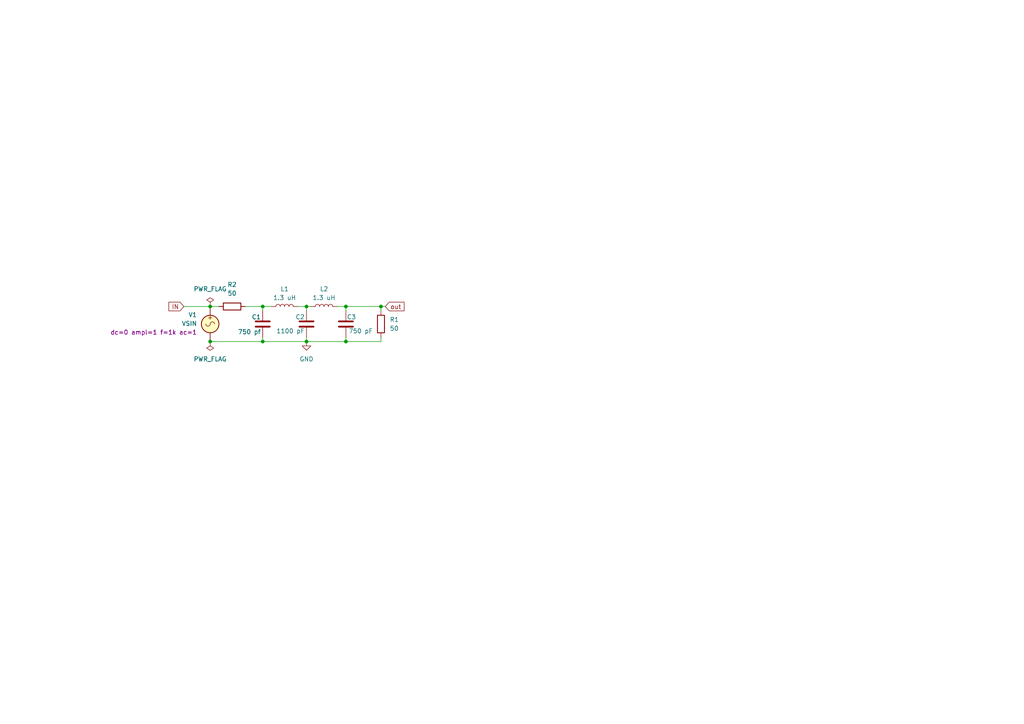
<source format=kicad_sch>
(kicad_sch (version 20231120) (generator "eeschema") (generator_version "8.0")
  (paper "A4")
  (lib_symbols
    (symbol "Device:C" (pin_numbers hide) (pin_names (offset 0.254))
      (property "Reference" "C" (at 0.635 2.54 0))
      (property "Value" "C" (at 0.635 -2.54 0))
      (symbol "C_0_1"
        (polyline (pts (xy -2.032 -0.762) (xy 2.032 -0.762)) (stroke (width 0.508)))
        (polyline (pts (xy -2.032 0.762) (xy 2.032 0.762)) (stroke (width 0.508)))
      )
      (symbol "C_1_1"
        (pin passive line (at 0 3.81 270) (length 2.794) (name "~") (number "1"))
        (pin passive line (at 0 -3.81 90) (length 2.794) (name "~") (number "2"))
      )
    )
    (symbol "Device:L" (pin_numbers hide) (pin_names (offset 1.016) hide)
      (property "Reference" "L" (at -1.27 0 90))
      (property "Value" "L" (at 1.905 0 90))
      (symbol "L_0_1"
        (arc (start 0 -2.54) (mid 0.6323 -1.905) (end 0 -1.27))
        (arc (start 0 -1.27) (mid 0.6323 -0.635) (end 0 0))
        (arc (start 0 0) (mid 0.6323 0.635) (end 0 1.27))
        (arc (start 0 1.27) (mid 0.6323 1.905) (end 0 2.54))
      )
      (symbol "L_1_1"
        (pin passive line (at 0 3.81 270) (length 1.27) (name "1") (number "1"))
        (pin passive line (at 0 -3.81 90) (length 1.27) (name "2") (number "2"))
      )
    )
    (symbol "Device:R" (pin_numbers hide) (pin_names (offset 0))
      (property "Reference" "R" (at 2.032 0 90))
      (property "Value" "R" (at 0 0 90))
      (symbol "R_0_1"
        (rectangle (start -1.016 -2.54) (end 1.016 2.54) (stroke (width 0.254)))
      )
      (symbol "R_1_1"
        (pin passive line (at 0 3.81 270) (length 1.27) (name "~") (number "1"))
        (pin passive line (at 0 -3.81 90) (length 1.27) (name "~") (number "2"))
      )
    )
    (symbol "Simulation_SPICE:VSIN" (pin_numbers hide) (pin_names (offset 0.0254))
      (property "Reference" "V" (at 2.54 2.54 0))
      (property "Value" "VSIN" (at 2.54 0 0))
      (property "Sim.Params" "dc=0 ampl=1 f=1k ac=1" (at 2.54 -2.54 0))
      (symbol "VSIN_0_0"
        (arc (start 0 0) (mid -0.635 0.6323) (end -1.27 0))
        (arc (start 0 0) (mid 0.635 -0.6323) (end 1.27 0))
        (text "+" (at 0 1.905 0) (effects (font (size 1.27 1.27))))
      )
      (symbol "VSIN_0_1"
        (circle (center 0 0) (radius 2.54) (stroke (width 0.254)) (fill (type background)))
      )
      (symbol "VSIN_1_1"
        (pin passive line (at 0 5.08 270) (length 2.54) (name "~") (number "1"))
        (pin passive line (at 0 -5.08 90) (length 2.54) (name "~") (number "2"))
      )
    )
    (symbol "power:GND" (power) (pin_names (offset 0))
      (property "Value" "GND" (at 0 -3.81 0))
      (symbol "GND_0_1"
        (polyline (pts (xy 0 0) (xy 0 -1.27) (xy 1.27 -1.27) (xy 0 -2.54) (xy -1.27 -1.27) (xy 0 -1.27)))
      )
      (symbol "GND_1_1"
        (pin power_in line (at 0 0 270) (length 0) hide (name "GND") (number "1"))
      )
    )
    (symbol "power:PWR_FLAG" (power) (pin_numbers hide) (pin_names (offset 0) hide)
      (property "Value" "PWR_FLAG" (at 0 3.81 0))
      (symbol "PWR_FLAG_0_0"
        (pin power_out line (at 0 0 90) (length 0) (name "pwr") (number "1"))
      )
      (symbol "PWR_FLAG_0_1"
        (polyline (pts (xy 0 0) (xy 0 1.27) (xy -1.016 1.905) (xy 0 2.54) (xy 1.016 1.905) (xy 0 1.27)))
      )
    )
  )
  (junction (at 76.2 99.06))
  (junction (at 76.2 88.9))
  (junction (at 110.49 88.9))
  (junction (at 100.33 88.9))
  (junction (at 100.33 99.06))
  (junction (at 88.9 99.06))
  (junction (at 60.96 99.06))
  (junction (at 60.96 88.9))
  (junction (at 88.9 88.9))
  (wire (pts (xy 88.9 99.06) (xy 88.9 97.79)))
  (wire (pts (xy 100.33 88.9) (xy 110.49 88.9)))
  (wire (pts (xy 53.34 88.9) (xy 60.96 88.9)))
  (wire (pts (xy 110.49 88.9) (xy 111.76 88.9)))
  (wire (pts (xy 76.2 99.06) (xy 88.9 99.06)))
  (wire (pts (xy 88.9 99.06) (xy 100.33 99.06)))
  (wire (pts (xy 76.2 88.9) (xy 78.74 88.9)))
  (wire (pts (xy 76.2 90.17) (xy 76.2 88.9)))
  (wire (pts (xy 60.96 88.9) (xy 63.5 88.9)))
  (wire (pts (xy 88.9 88.9) (xy 90.17 88.9)))
  (wire (pts (xy 97.79 88.9) (xy 100.33 88.9)))
  (wire (pts (xy 88.9 90.17) (xy 88.9 88.9)))
  (wire (pts (xy 100.33 99.06) (xy 100.33 97.79)))
  (wire (pts (xy 110.49 99.06) (xy 110.49 97.79)))
  (wire (pts (xy 100.33 90.17) (xy 100.33 88.9)))
  (wire (pts (xy 110.49 88.9) (xy 110.49 90.17)))
  (wire (pts (xy 86.36 88.9) (xy 88.9 88.9)))
  (wire (pts (xy 76.2 99.06) (xy 76.2 97.79)))
  (wire (pts (xy 60.96 99.06) (xy 76.2 99.06)))
  (wire (pts (xy 71.12 88.9) (xy 76.2 88.9)))
  (wire (pts (xy 100.33 99.06) (xy 110.49 99.06)))
  (global_label "out" (shape input) (at 111.76 88.9 0) (property "Intersheetrefs" "${INTERSHEET_REFS}" (effects (hide yes))))
  (global_label "IN" (shape input) (at 53.34 88.9 180) (property "Intersheetrefs" "${INTERSHEET_REFS}" (effects (hide yes))))
  (symbol (lib_id "power:GND") (at 88.9 99.06 0) (unit 1)
    (property "Reference" "#PWR01" (effects (hide yes)))
    (property "Value" "GND" (at 88.9 104.14 0))
  )
  (symbol (lib_id "Device:L") (at 93.98 88.9 90) (unit 1)
    (property "Reference" "L2" (at 93.98 83.82 90))
    (property "Value" "1.3 uH" (at 93.98 86.36 90))
  )
  (symbol (lib_id "Simulation_SPICE:VSIN") (at 60.96 93.98 0) (mirror y) (unit 1)
    (property "Reference" "V1" (at 57.15 91.3102 0) (effects (justify left)))
    (property "Value" "VSIN" (at 57.15 93.8502 0) (effects (justify left)))
    (property "Sim.Pins" "1=+ 2=-" (effects (hide yes)))
    (property "Sim.Params" "dc=0 ampl=1 f=1k ac=1" (at 57.15 96.3902 0) (effects (justify left)))
    (property "Sim.Type" "SIN" (effects (hide yes)))
    (property "Sim.Device" "V" (effects (hide yes)))
  )
  (symbol (lib_id "power:PWR_FLAG") (at 60.96 99.06 0) (mirror x) (unit 1)
    (property "Reference" "#FLG02" (effects (hide yes)))
    (property "Value" "PWR_FLAG" (at 60.96 104.14 0))
    (property "Sim.Device" "SPICE" (effects (hide yes)))
  )
  (symbol (lib_id "Device:C") (at 100.33 93.98 0) (unit 1)
    (property "Reference" "C3" (at 100.584 91.948 0) (effects (justify left)))
    (property "Value" "750 pF" (at 101.092 96.012 0) (effects (justify left)))
  )
  (symbol (lib_id "Device:R") (at 110.49 93.98 0) (unit 1)
    (property "Reference" "R1" (at 113.03 92.71 0) (effects (justify left)))
    (property "Value" "50" (at 113.03 95.25 0) (effects (justify left)))
  )
  (symbol (lib_id "power:PWR_FLAG") (at 60.96 88.9 0) (unit 1)
    (property "Reference" "#FLG01" (effects (hide yes)))
    (property "Value" "PWR_FLAG" (at 60.96 83.82 0))
    (property "Sim.Device" "SPICE" (effects (hide yes)))
  )
  (symbol (lib_id "Device:C") (at 76.2 93.98 0) (mirror y) (unit 1)
    (property "Reference" "C1" (at 75.692 91.948 0) (effects (justify left)))
    (property "Value" "750 pf" (at 75.692 96.266 0) (effects (justify left)))
  )
  (symbol (lib_id "Device:R") (at 67.31 88.9 90) (unit 1)
    (property "Reference" "R2" (at 67.31 82.55 90))
    (property "Value" "50" (at 67.31 85.09 90))
  )
  (symbol (lib_id "Device:C") (at 88.9 93.98 0) (mirror y) (unit 1)
    (property "Reference" "C2" (at 88.392 91.948 0) (effects (justify left)))
    (property "Value" "1100 pF" (at 88.392 96.012 0) (effects (justify left)))
  )
  (symbol (lib_id "Device:L") (at 82.55 88.9 90) (unit 1)
    (property "Reference" "L1" (at 82.55 83.82 90))
    (property "Value" "1.3 uH" (at 82.55 86.36 90))
  )
)
</source>
